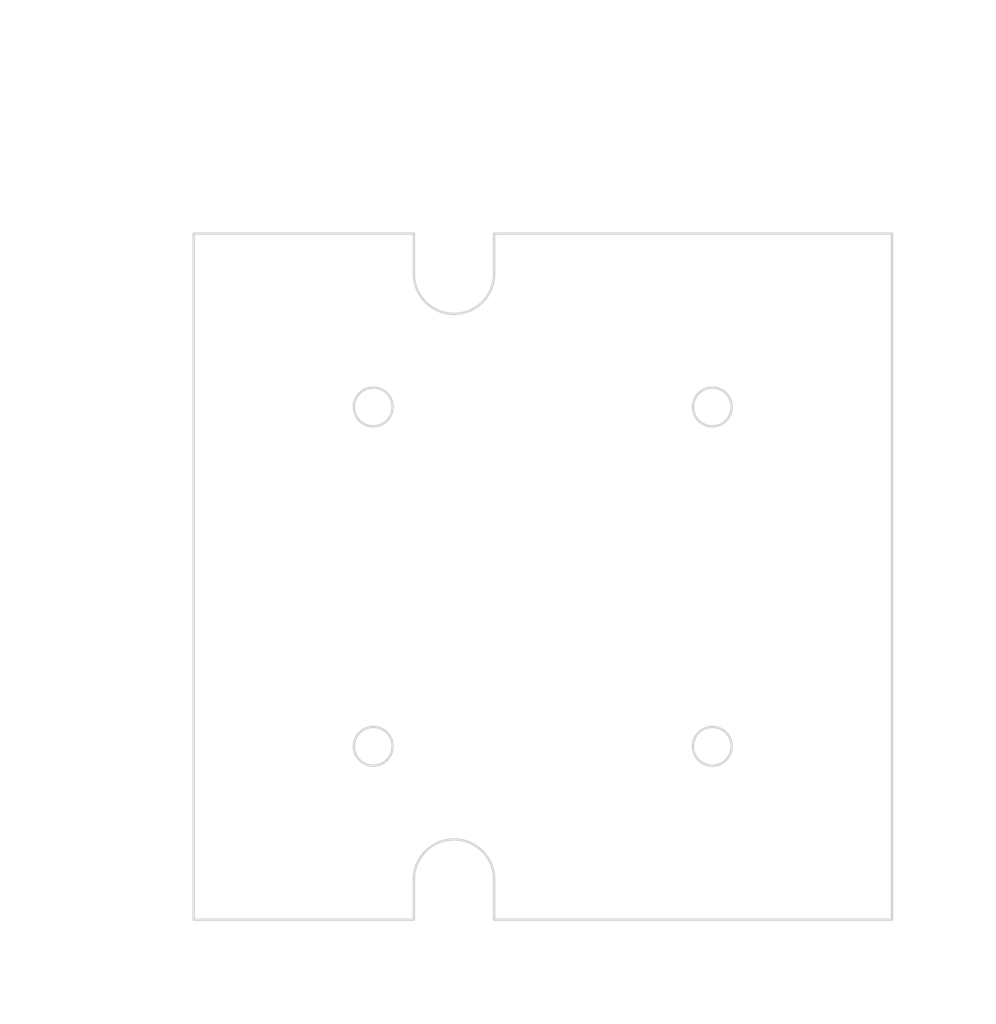
<source format=kicad_pcb>
(kicad_pcb (version 20171130) (host pcbnew "(5.1.0)-1")

  (general
    (thickness 1.6)
    (drawings 70)
    (tracks 0)
    (zones 0)
    (modules 0)
    (nets 1)
  )

  (page A4)
  (layers
    (0 F.Cu signal)
    (31 B.Cu signal)
    (32 B.Adhes user)
    (33 F.Adhes user)
    (34 B.Paste user)
    (35 F.Paste user)
    (36 B.SilkS user)
    (37 F.SilkS user)
    (38 B.Mask user)
    (39 F.Mask user)
    (40 Dwgs.User user)
    (41 Cmts.User user)
    (42 Eco1.User user)
    (43 Eco2.User user)
    (44 Edge.Cuts user)
    (45 Margin user)
    (46 B.CrtYd user)
    (47 F.CrtYd user)
    (48 B.Fab user)
    (49 F.Fab user)
  )

  (setup
    (last_trace_width 0.25)
    (trace_clearance 0.2)
    (zone_clearance 0.508)
    (zone_45_only no)
    (trace_min 0.2)
    (via_size 0.8)
    (via_drill 0.4)
    (via_min_size 0.4)
    (via_min_drill 0.3)
    (uvia_size 0.3)
    (uvia_drill 0.1)
    (uvias_allowed no)
    (uvia_min_size 0.2)
    (uvia_min_drill 0.1)
    (edge_width 0.05)
    (segment_width 0.2)
    (pcb_text_width 0.3)
    (pcb_text_size 1.5 1.5)
    (mod_edge_width 0.12)
    (mod_text_size 1 1)
    (mod_text_width 0.15)
    (pad_size 1.524 1.524)
    (pad_drill 0.762)
    (pad_to_mask_clearance 0.051)
    (solder_mask_min_width 0.25)
    (aux_axis_origin 0 0)
    (visible_elements FFFFFF7F)
    (pcbplotparams
      (layerselection 0x010fc_ffffffff)
      (usegerberextensions false)
      (usegerberattributes false)
      (usegerberadvancedattributes false)
      (creategerberjobfile false)
      (excludeedgelayer true)
      (linewidth 0.152400)
      (plotframeref false)
      (viasonmask false)
      (mode 1)
      (useauxorigin false)
      (hpglpennumber 1)
      (hpglpenspeed 20)
      (hpglpendiameter 15.000000)
      (psnegative false)
      (psa4output false)
      (plotreference true)
      (plotvalue true)
      (plotinvisibletext false)
      (padsonsilk false)
      (subtractmaskfromsilk false)
      (outputformat 1)
      (mirror false)
      (drillshape 1)
      (scaleselection 1)
      (outputdirectory ""))
  )

  (net 0 "")

  (net_class Default "This is the default net class."
    (clearance 0.2)
    (trace_width 0.25)
    (via_dia 0.8)
    (via_drill 0.4)
    (uvia_dia 0.3)
    (uvia_drill 0.1)
  )

  (gr_line (start 126.150577 73.727834) (end 144.334485 73.727834) (layer Edge.Cuts) (width 0.2))
  (gr_line (start 126.150577 130.339087) (end 126.150577 73.727834) (layer Edge.Cuts) (width 0.2))
  (gr_line (start 144.334485 130.339087) (end 126.150577 130.339087) (layer Edge.Cuts) (width 0.2))
  (gr_line (start 144.334485 127.033461) (end 144.334485 130.339087) (layer Edge.Cuts) (width 0.2))
  (gr_arc (start 147.650577 127.033461) (end 150.966669 127.033461) (angle -180) (layer Edge.Cuts) (width 0.2))
  (gr_line (start 150.966669 130.339087) (end 150.966669 127.033461) (layer Edge.Cuts) (width 0.2))
  (gr_line (start 183.812543 130.339087) (end 150.966669 130.339087) (layer Edge.Cuts) (width 0.2))
  (gr_line (start 183.812543 73.727834) (end 183.812543 130.339087) (layer Edge.Cuts) (width 0.2))
  (gr_line (start 150.966669 73.727834) (end 183.812543 73.727834) (layer Edge.Cuts) (width 0.2))
  (gr_line (start 150.966669 77.033461) (end 150.966669 73.727834) (layer Edge.Cuts) (width 0.2))
  (gr_arc (start 147.650577 77.033461) (end 144.334485 77.033461) (angle -180) (layer Edge.Cuts) (width 0.2))
  (gr_line (start 144.334485 73.727834) (end 144.334485 77.033461) (layer Edge.Cuts) (width 0.2))
  (gr_circle (center 168.98156 88.033461) (end 170.58156 88.033461) (layer Edge.Cuts) (width 0.2))
  (gr_circle (center 140.98156 116.033461) (end 142.58156 116.033461) (layer Edge.Cuts) (width 0.2))
  (gr_circle (center 140.98156 88.033461) (end 142.58156 88.033461) (layer Edge.Cuts) (width 0.2))
  (gr_circle (center 168.98156 116.033461) (end 170.58156 116.033461) (layer Edge.Cuts) (width 0.2))
  (gr_text [.13] (at 162.302623 68.258552) (layer Dwgs.User)
    (effects (font (size 1.7 1.53) (thickness 0.2125)))
  )
  (gr_text " 3.31" (at 162.302623 64.700537) (layer Dwgs.User)
    (effects (font (size 1.7 1.53) (thickness 0.2125)))
  )
  (gr_line (start 157.079601 66.369091) (end 159.079601 66.369091) (layer Dwgs.User) (width 0.2))
  (gr_line (start 157.079601 71.727834) (end 157.079601 66.369091) (layer Dwgs.User) (width 0.2))
  (gr_line (start 157.079601 79.033461) (end 157.079601 81.033461) (layer Dwgs.User) (width 0.2))
  (gr_line (start 148.650577 77.033461) (end 160.254601 77.033461) (layer Dwgs.User) (width 0.2))
  (gr_text [.56] (at 188.402283 125.075735) (layer Dwgs.User)
    (effects (font (size 1.7 1.53) (thickness 0.2125)))
  )
  (gr_text " 14.31" (at 188.402283 121.51772) (layer Dwgs.User)
    (effects (font (size 1.7 1.53) (thickness 0.2125)))
  )
  (gr_line (start 188.402283 128.339087) (end 188.402283 126.744289) (layer Dwgs.User) (width 0.2))
  (gr_line (start 188.402283 118.033461) (end 188.402283 119.628259) (layer Dwgs.User) (width 0.2))
  (gr_line (start 184.812543 130.339087) (end 191.577283 130.339087) (layer Dwgs.User) (width 0.2))
  (gr_line (start 169.98156 116.033461) (end 191.577283 116.033461) (layer Dwgs.User) (width 0.2))
  (gr_text [.58] (at 176.397051 137.56521) (layer Dwgs.User)
    (effects (font (size 1.7 1.53) (thickness 0.2125)))
  )
  (gr_text " 14.83" (at 176.397051 134.007195) (layer Dwgs.User)
    (effects (font (size 1.7 1.53) (thickness 0.2125)))
  )
  (gr_line (start 170.98156 135.675748) (end 172.349541 135.675748) (layer Dwgs.User) (width 0.2))
  (gr_line (start 181.812543 135.675748) (end 180.444562 135.675748) (layer Dwgs.User) (width 0.2))
  (gr_line (start 168.98156 118.633461) (end 168.98156 138.850748) (layer Dwgs.User) (width 0.2))
  (gr_line (start 183.812543 131.339087) (end 183.812543 138.850748) (layer Dwgs.User) (width 0.2))
  (gr_text [1.10] (at 154.98156 137.56521) (layer Dwgs.User)
    (effects (font (size 1.7 1.53) (thickness 0.2125)))
  )
  (gr_text " 28.00" (at 154.98156 134.007774) (layer Dwgs.User)
    (effects (font (size 1.7 1.53) (thickness 0.2125)))
  )
  (gr_line (start 166.98156 135.675748) (end 159.026171 135.675748) (layer Dwgs.User) (width 0.2))
  (gr_line (start 142.98156 135.675748) (end 150.936949 135.675748) (layer Dwgs.User) (width 0.2))
  (gr_line (start 168.98156 117.033461) (end 168.98156 138.850748) (layer Dwgs.User) (width 0.2))
  (gr_line (start 140.98156 117.033461) (end 140.98156 138.850748) (layer Dwgs.User) (width 0.2))
  (gr_text [1.10] (at 188.402283 103.922922) (layer Dwgs.User)
    (effects (font (size 1.7 1.53) (thickness 0.2125)))
  )
  (gr_text " 28.00" (at 188.402283 100.365487) (layer Dwgs.User)
    (effects (font (size 1.7 1.53) (thickness 0.2125)))
  )
  (gr_line (start 188.402283 114.033461) (end 188.402283 105.590896) (layer Dwgs.User) (width 0.2))
  (gr_line (start 188.402283 90.033461) (end 188.402283 98.476025) (layer Dwgs.User) (width 0.2))
  (gr_line (start 169.98156 116.033461) (end 191.577283 116.033461) (layer Dwgs.User) (width 0.2))
  (gr_line (start 169.98156 88.033461) (end 191.577283 88.033461) (layer Dwgs.User) (width 0.2))
  (gr_text [.26] (at 156.353777 68.9015) (layer Dwgs.User)
    (effects (font (size 1.7 1.53) (thickness 0.2125)))
  )
  (gr_text " 6.63" (at 156.353777 65.343485) (layer Dwgs.User)
    (effects (font (size 1.7 1.53) (thickness 0.2125)))
  )
  (gr_line (start 150.966669 67.012039) (end 152.966669 67.012039) (layer Dwgs.User) (width 0.2))
  (gr_line (start 146.334485 67.012039) (end 148.966669 67.012039) (layer Dwgs.User) (width 0.2))
  (gr_line (start 150.966669 72.727834) (end 150.966669 63.837039) (layer Dwgs.User) (width 0.2))
  (gr_line (start 144.334485 72.727834) (end 144.334485 63.837039) (layer Dwgs.User) (width 0.2))
  (gr_text [.72] (at 135.242531 68.829029) (layer Dwgs.User)
    (effects (font (size 1.7 1.53) (thickness 0.2125)))
  )
  (gr_text " 18.18" (at 135.242531 65.271594) (layer Dwgs.User)
    (effects (font (size 1.7 1.53) (thickness 0.2125)))
  )
  (gr_line (start 142.334485 66.939568) (end 139.291781 66.939568) (layer Dwgs.User) (width 0.2))
  (gr_line (start 128.150577 66.939568) (end 131.193282 66.939568) (layer Dwgs.User) (width 0.2))
  (gr_line (start 144.334485 72.727834) (end 144.334485 63.764568) (layer Dwgs.User) (width 0.2))
  (gr_line (start 126.150577 72.727834) (end 126.150577 63.764568) (layer Dwgs.User) (width 0.2))
  (gr_text [2.27] (at 154.98156 59.617295) (layer Dwgs.User)
    (effects (font (size 1.7 1.53) (thickness 0.2125)))
  )
  (gr_text " 57.66" (at 154.98156 56.05986) (layer Dwgs.User)
    (effects (font (size 1.7 1.53) (thickness 0.2125)))
  )
  (gr_line (start 181.812543 57.727834) (end 159.028491 57.727834) (layer Dwgs.User) (width 0.2))
  (gr_line (start 128.150577 57.727834) (end 150.93463 57.727834) (layer Dwgs.User) (width 0.2))
  (gr_line (start 183.812543 72.727834) (end 183.812543 54.552834) (layer Dwgs.User) (width 0.2))
  (gr_line (start 126.150577 72.727834) (end 126.150577 54.552834) (layer Dwgs.User) (width 0.2))
  (gr_text [2.23] (at 114.187975 103.922922) (layer Dwgs.User)
    (effects (font (size 1.7 1.53) (thickness 0.2125)))
  )
  (gr_text " 56.61" (at 114.187975 100.365487) (layer Dwgs.User)
    (effects (font (size 1.7 1.53) (thickness 0.2125)))
  )
  (gr_line (start 114.187975 75.727834) (end 114.187975 98.476025) (layer Dwgs.User) (width 0.2))
  (gr_line (start 114.187975 128.339087) (end 114.187975 105.590896) (layer Dwgs.User) (width 0.2))
  (gr_line (start 125.150577 73.727834) (end 111.012975 73.727834) (layer Dwgs.User) (width 0.2))
  (gr_line (start 125.150577 130.339087) (end 111.012975 130.339087) (layer Dwgs.User) (width 0.2))

)

</source>
